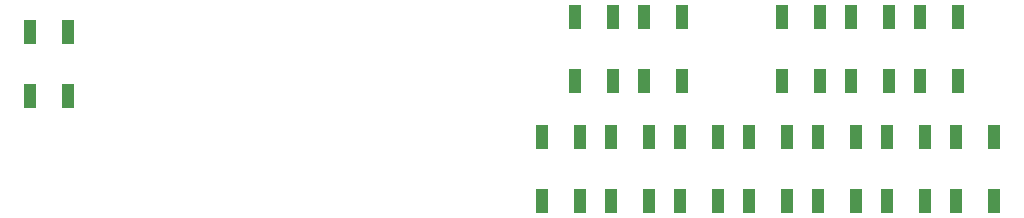
<source format=gbr>
G04 #@! TF.FileFunction,Paste,Top*
%FSLAX46Y46*%
G04 Gerber Fmt 4.6, Leading zero omitted, Abs format (unit mm)*
G04 Created by KiCad (PCBNEW 4.0.7) date Sat Mar 24 11:27:51 2018*
%MOMM*%
%LPD*%
G01*
G04 APERTURE LIST*
%ADD10C,0.100000*%
%ADD11R,1.000000X2.000000*%
G04 APERTURE END LIST*
D10*
D11*
X76505000Y-64930000D03*
X79705000Y-64930000D03*
X76505000Y-59530000D03*
X79705000Y-59530000D03*
X154864000Y-73820000D03*
X158064000Y-73820000D03*
X154864000Y-68420000D03*
X158064000Y-68420000D03*
X151816000Y-63660000D03*
X155016000Y-63660000D03*
X151816000Y-58260000D03*
X155016000Y-58260000D03*
X149022000Y-73820000D03*
X152222000Y-73820000D03*
X149022000Y-68420000D03*
X152222000Y-68420000D03*
X145974000Y-63660000D03*
X149174000Y-63660000D03*
X145974000Y-58260000D03*
X149174000Y-58260000D03*
X143180000Y-73820000D03*
X146380000Y-73820000D03*
X143180000Y-68420000D03*
X146380000Y-68420000D03*
X140132000Y-63660000D03*
X143332000Y-63660000D03*
X140132000Y-58260000D03*
X143332000Y-58260000D03*
X137338000Y-73820000D03*
X140538000Y-73820000D03*
X137338000Y-68420000D03*
X140538000Y-68420000D03*
X131496000Y-73820000D03*
X134696000Y-73820000D03*
X131496000Y-68420000D03*
X134696000Y-68420000D03*
X128448000Y-63660000D03*
X131648000Y-63660000D03*
X128448000Y-58260000D03*
X131648000Y-58260000D03*
X125654000Y-73820000D03*
X128854000Y-73820000D03*
X125654000Y-68420000D03*
X128854000Y-68420000D03*
X122606000Y-63660000D03*
X125806000Y-63660000D03*
X122606000Y-58260000D03*
X125806000Y-58260000D03*
X119812000Y-73820000D03*
X123012000Y-73820000D03*
X119812000Y-68420000D03*
X123012000Y-68420000D03*
M02*

</source>
